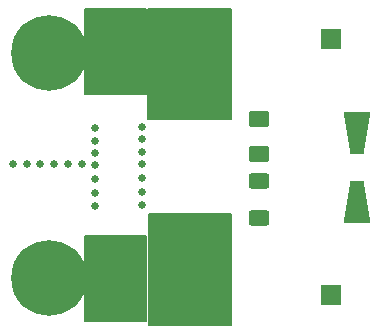
<source format=gbr>
%TF.GenerationSoftware,KiCad,Pcbnew,8.0.3*%
%TF.CreationDate,2024-07-10T14:42:46-05:00*%
%TF.ProjectId,banana to jst ph,62616e61-6e61-4207-946f-206a73742070,2*%
%TF.SameCoordinates,Original*%
%TF.FileFunction,Soldermask,Bot*%
%TF.FilePolarity,Negative*%
%FSLAX46Y46*%
G04 Gerber Fmt 4.6, Leading zero omitted, Abs format (unit mm)*
G04 Created by KiCad (PCBNEW 8.0.3) date 2024-07-10 14:42:46*
%MOMM*%
%LPD*%
G01*
G04 APERTURE LIST*
G04 Aperture macros list*
%AMRoundRect*
0 Rectangle with rounded corners*
0 $1 Rounding radius*
0 $2 $3 $4 $5 $6 $7 $8 $9 X,Y pos of 4 corners*
0 Add a 4 corners polygon primitive as box body*
4,1,4,$2,$3,$4,$5,$6,$7,$8,$9,$2,$3,0*
0 Add four circle primitives for the rounded corners*
1,1,$1+$1,$2,$3*
1,1,$1+$1,$4,$5*
1,1,$1+$1,$6,$7*
1,1,$1+$1,$8,$9*
0 Add four rect primitives between the rounded corners*
20,1,$1+$1,$2,$3,$4,$5,0*
20,1,$1+$1,$4,$5,$6,$7,0*
20,1,$1+$1,$6,$7,$8,$9,0*
20,1,$1+$1,$8,$9,$2,$3,0*%
%AMOutline4P*
0 Free polygon, 4 corners , with rotation*
0 The origin of the aperture is its center*
0 number of corners: always 4*
0 $1 to $8 corner X, Y*
0 $9 Rotation angle, in degrees counterclockwise*
0 create outline with 4 corners*
4,1,4,$1,$2,$3,$4,$5,$6,$7,$8,$1,$2,$9*%
G04 Aperture macros list end*
%ADD10C,0.150000*%
%ADD11C,0.635000*%
%ADD12R,1.700000X1.700000*%
%ADD13C,0.800000*%
%ADD14C,6.400000*%
%ADD15RoundRect,0.250000X0.625000X-0.400000X0.625000X0.400000X-0.625000X0.400000X-0.625000X-0.400000X0*%
%ADD16Outline4P,-1.800000X-1.150000X1.800000X-0.550000X1.800000X0.550000X-1.800000X1.150000X90.000000*%
%ADD17Outline4P,-1.800000X-1.150000X1.800000X-0.550000X1.800000X0.550000X-1.800000X1.150000X270.000000*%
%ADD18RoundRect,0.250001X-0.624999X0.462499X-0.624999X-0.462499X0.624999X-0.462499X0.624999X0.462499X0*%
G04 APERTURE END LIST*
D10*
X132050000Y-86168600D02*
X137249800Y-86168600D01*
X137249800Y-93331400D01*
X132050000Y-93331400D01*
X132050000Y-86168600D01*
G36*
X132050000Y-86168600D02*
G01*
X137249800Y-86168600D01*
X137249800Y-93331400D01*
X132050000Y-93331400D01*
X132050000Y-86168600D01*
G37*
X132075000Y-105368600D02*
X137274800Y-105368600D01*
X137274800Y-112531400D01*
X132075000Y-112531400D01*
X132075000Y-105368600D01*
G36*
X132075000Y-105368600D02*
G01*
X137274800Y-105368600D01*
X137274800Y-112531400D01*
X132075000Y-112531400D01*
X132075000Y-105368600D01*
G37*
X137477600Y-103516000D02*
X144422400Y-103516000D01*
X144422400Y-112925000D01*
X137477600Y-112925000D01*
X137477600Y-103516000D01*
G36*
X137477600Y-103516000D02*
G01*
X144422400Y-103516000D01*
X144422400Y-112925000D01*
X137477600Y-112925000D01*
X137477600Y-103516000D01*
G37*
X137439400Y-86133000D02*
X144424200Y-86133000D01*
X144424200Y-95511000D01*
X137439400Y-95511000D01*
X137439400Y-86133000D01*
G36*
X137439400Y-86133000D02*
G01*
X144424200Y-86133000D01*
X144424200Y-95511000D01*
X137439400Y-95511000D01*
X137439400Y-86133000D01*
G37*
D11*
%TO.C,*%
X136890000Y-96122884D03*
%TD*%
%TO.C,REF\u002A\u002A*%
X132891494Y-99346800D03*
%TD*%
D12*
%TO.C,J3*%
X152882600Y-88671400D03*
%TD*%
D11*
%TO.C,REF\u002A\u002A*%
X132891494Y-102853108D03*
%TD*%
D13*
%TO.C,H1*%
X126600138Y-108968250D03*
X127303082Y-107271194D03*
X127303082Y-110665306D03*
X129000138Y-106568250D03*
D14*
X129000138Y-108968250D03*
D13*
X129000138Y-111368250D03*
X130697194Y-107271194D03*
X130697194Y-110665306D03*
X131400138Y-108968250D03*
%TD*%
D11*
%TO.C,REF\u002A\u002A*%
X132891494Y-96228040D03*
%TD*%
%TO.C,REF\u002A\u002A*%
X128300000Y-99290000D03*
%TD*%
%TO.C,REF\u002A\u002A*%
X127138494Y-99290000D03*
%TD*%
%TO.C,REF\u002A\u002A*%
X129461506Y-99290000D03*
%TD*%
D12*
%TO.C,J2*%
X152882600Y-110337600D03*
%TD*%
D11*
%TO.C,REF\u002A\u002A*%
X130623012Y-99290000D03*
%TD*%
%TO.C,REF\u002A\u002A*%
X132891494Y-100580156D03*
%TD*%
%TO.C,REF\u002A\u002A*%
X131784518Y-99290000D03*
%TD*%
%TO.C,*%
X136890000Y-102747952D03*
%TD*%
%TO.C,REF\u002A\u002A*%
X125976988Y-99290000D03*
%TD*%
D13*
%TO.C,H2*%
X126600138Y-89918250D03*
X127303082Y-88221194D03*
X127303082Y-91615306D03*
X129000138Y-87518250D03*
D14*
X129000138Y-89918250D03*
D13*
X129000138Y-92318250D03*
X130697194Y-88221194D03*
X130697194Y-91615306D03*
X131400138Y-89918250D03*
%TD*%
D11*
%TO.C,*%
X136890000Y-97194764D03*
%TD*%
%TO.C,REF\u002A\u002A*%
X132891494Y-97299920D03*
%TD*%
%TO.C,*%
X136890000Y-99313124D03*
%TD*%
%TO.C,*%
X136890000Y-101611476D03*
%TD*%
%TO.C,REF\u002A\u002A*%
X132891494Y-101716632D03*
%TD*%
%TO.C,*%
X136890000Y-98266644D03*
%TD*%
%TO.C,REF\u002A\u002A*%
X132891494Y-98371800D03*
%TD*%
%TO.C,*%
X136890000Y-100475000D03*
%TD*%
D15*
%TO.C,R2*%
X146790000Y-103820000D03*
X146790000Y-100720000D03*
%TD*%
D16*
%TO.C,D3*%
X155067000Y-102468000D03*
D17*
X155067000Y-96668000D03*
%TD*%
D18*
%TO.C,D2*%
X146790000Y-95432500D03*
X146790000Y-98407500D03*
%TD*%
M02*

</source>
